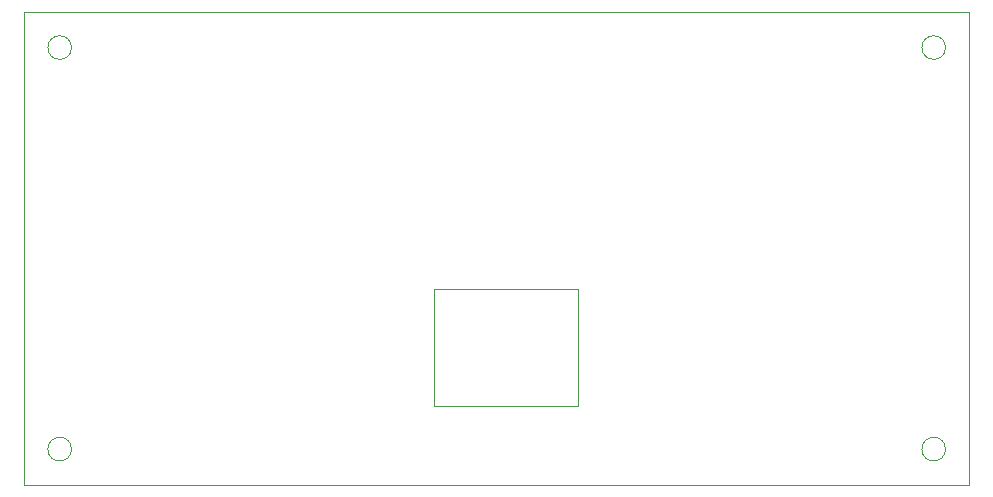
<source format=gbr>
%TF.GenerationSoftware,KiCad,Pcbnew,(7.0.0)*%
%TF.CreationDate,2023-06-06T14:44:05+02:00*%
%TF.ProjectId,wally_board,77616c6c-795f-4626-9f61-72642e6b6963,rev?*%
%TF.SameCoordinates,Original*%
%TF.FileFunction,Other,User*%
%FSLAX46Y46*%
G04 Gerber Fmt 4.6, Leading zero omitted, Abs format (unit mm)*
G04 Created by KiCad (PCBNEW (7.0.0)) date 2023-06-06 14:44:05*
%MOMM*%
%LPD*%
G01*
G04 APERTURE LIST*
%ADD10C,0.100000*%
G04 APERTURE END LIST*
D10*
X183000000Y-53000000D02*
G75*
G03*
X183000000Y-53000000I-1000000J0D01*
G01*
X109000000Y-53000000D02*
G75*
G03*
X109000000Y-53000000I-1000000J0D01*
G01*
X183000000Y-87000000D02*
G75*
G03*
X183000000Y-87000000I-1000000J0D01*
G01*
X105000000Y-50000000D02*
X185000000Y-50000000D01*
X185000000Y-50000000D02*
X185000000Y-90000000D01*
X185000000Y-90000000D02*
X105000000Y-90000000D01*
X105000000Y-90000000D02*
X105000000Y-50000000D01*
X109000000Y-87000000D02*
G75*
G03*
X109000000Y-87000000I-1000000J0D01*
G01*
X139700000Y-73406000D02*
X151892000Y-73406000D01*
X151892000Y-73406000D02*
X151892000Y-83312000D01*
X151892000Y-83312000D02*
X139700000Y-83312000D01*
X139700000Y-83312000D02*
X139700000Y-73406000D01*
M02*

</source>
